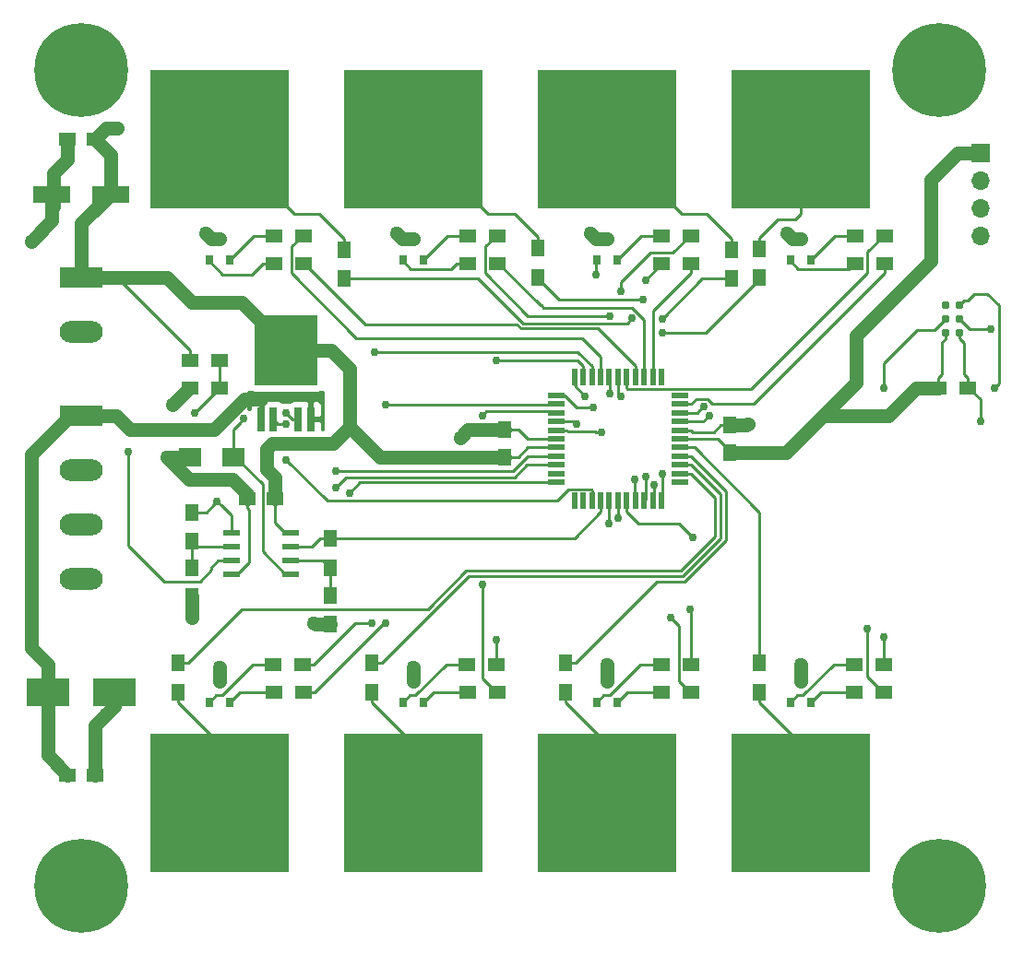
<source format=gtl>
G04 #@! TF.FileFunction,Copper,L1,Top,Signal*
%FSLAX46Y46*%
G04 Gerber Fmt 4.6, Leading zero omitted, Abs format (unit mm)*
G04 Created by KiCad (PCBNEW 4.0.6) date 11/20/17 19:22:43*
%MOMM*%
%LPD*%
G01*
G04 APERTURE LIST*
%ADD10C,0.100000*%
%ADD11R,0.800000X2.200000*%
%ADD12R,5.800000X6.400000*%
%ADD13R,2.750000X3.050000*%
%ADD14R,1.250000X1.500000*%
%ADD15R,1.500000X1.250000*%
%ADD16R,3.500000X1.600000*%
%ADD17R,4.000000X2.500000*%
%ADD18R,0.800000X0.900000*%
%ADD19R,3.960000X1.980000*%
%ADD20O,3.960000X1.980000*%
%ADD21C,0.787400*%
%ADD22R,1.700000X1.700000*%
%ADD23O,1.700000X1.700000*%
%ADD24R,1.300000X1.500000*%
%ADD25R,1.500000X1.300000*%
%ADD26R,12.700000X12.700000*%
%ADD27R,1.000000X1.000000*%
%ADD28R,1.500000X0.550000*%
%ADD29R,0.550000X1.500000*%
%ADD30R,2.000000X1.700000*%
%ADD31R,1.550000X0.600000*%
%ADD32C,8.600000*%
%ADD33C,0.900000*%
%ADD34C,1.270000*%
%ADD35C,0.762000*%
%ADD36C,1.270000*%
%ADD37C,0.254000*%
G04 APERTURE END LIST*
D10*
D11*
X107955000Y-94335000D03*
X109095000Y-94335000D03*
X111375000Y-94335000D03*
X112515000Y-94335000D03*
D12*
X110235000Y-88035000D03*
D13*
X111760000Y-86360000D03*
X108710000Y-89710000D03*
X108710000Y-86360000D03*
X111760000Y-89710000D03*
D14*
X151003000Y-97389000D03*
X151003000Y-94889000D03*
D15*
X90190000Y-68580000D03*
X92690000Y-68580000D03*
D16*
X94140000Y-73660000D03*
X88740000Y-73660000D03*
D15*
X92690000Y-127000000D03*
X90190000Y-127000000D03*
D17*
X88390000Y-119380000D03*
X94490000Y-119380000D03*
D15*
X106720000Y-101600000D03*
X109220000Y-101600000D03*
D18*
X103190000Y-79740000D03*
X105090000Y-79740000D03*
X104140000Y-77740000D03*
X103190000Y-120380000D03*
X105090000Y-120380000D03*
X104140000Y-118380000D03*
X120970000Y-79740000D03*
X122870000Y-79740000D03*
X121920000Y-77740000D03*
X120970000Y-120380000D03*
X122870000Y-120380000D03*
X121920000Y-118380000D03*
X138750000Y-79740000D03*
X140650000Y-79740000D03*
X139700000Y-77740000D03*
X138750000Y-120380000D03*
X140650000Y-120380000D03*
X139700000Y-118380000D03*
X156530000Y-79740000D03*
X158430000Y-79740000D03*
X157480000Y-77740000D03*
X156530000Y-120380000D03*
X158430000Y-120380000D03*
X157480000Y-118380000D03*
D19*
X91440000Y-81280000D03*
D20*
X91440000Y-86280000D03*
D19*
X91440000Y-93980000D03*
D20*
X91440000Y-98980000D03*
X91440000Y-108980000D03*
X91440000Y-103980000D03*
D21*
X172085000Y-86360000D03*
X170815000Y-86360000D03*
X172085000Y-85090000D03*
X170815000Y-85090000D03*
X172085000Y-83820000D03*
X170815000Y-83820000D03*
D22*
X173990000Y-69850000D03*
D23*
X173990000Y-72390000D03*
X173990000Y-74930000D03*
X173990000Y-77470000D03*
D24*
X133350000Y-81280000D03*
X133350000Y-78580000D03*
X153670000Y-81360000D03*
X153670000Y-78660000D03*
D25*
X165100000Y-116840000D03*
X162400000Y-116840000D03*
X129620000Y-119380000D03*
X126920000Y-119380000D03*
X165100000Y-119380000D03*
X162400000Y-119380000D03*
X170100000Y-91440000D03*
X172800000Y-91440000D03*
D24*
X115570000Y-81440000D03*
X115570000Y-78740000D03*
X151130000Y-81440000D03*
X151130000Y-78740000D03*
D25*
X111840000Y-119380000D03*
X109140000Y-119380000D03*
X147400000Y-119380000D03*
X144700000Y-119380000D03*
X104140000Y-91440000D03*
X101440000Y-91440000D03*
D24*
X101600000Y-110650000D03*
X101600000Y-107950000D03*
X101600000Y-102870000D03*
X101600000Y-105570000D03*
X114300000Y-113190000D03*
X114300000Y-110490000D03*
X114300000Y-105250000D03*
X114300000Y-107950000D03*
D25*
X144700000Y-116840000D03*
X147400000Y-116840000D03*
X109060000Y-116840000D03*
X111760000Y-116840000D03*
X126920000Y-77470000D03*
X129620000Y-77470000D03*
X162480000Y-77470000D03*
X165180000Y-77470000D03*
X126920000Y-80010000D03*
X129620000Y-80010000D03*
X162480000Y-80010000D03*
X165180000Y-80010000D03*
D24*
X135890000Y-119380000D03*
X135890000Y-116680000D03*
X100330000Y-119380000D03*
X100330000Y-116680000D03*
X153670000Y-119380000D03*
X153670000Y-116680000D03*
X118110000Y-119380000D03*
X118110000Y-116680000D03*
D25*
X126840000Y-116840000D03*
X129540000Y-116840000D03*
D26*
X104140000Y-68580000D03*
D27*
X104140000Y-68580000D03*
D26*
X104140000Y-129540000D03*
D27*
X104140000Y-129540000D03*
D26*
X121920000Y-68580000D03*
D27*
X121920000Y-68580000D03*
D26*
X121920000Y-129540000D03*
D27*
X121920000Y-129540000D03*
D26*
X139700000Y-68580000D03*
D27*
X139700000Y-68580000D03*
D26*
X139700000Y-129540000D03*
D27*
X139700000Y-129540000D03*
D26*
X157480000Y-68580000D03*
D27*
X157480000Y-68580000D03*
D26*
X157480000Y-129540000D03*
D27*
X157480000Y-129540000D03*
D28*
X135016000Y-92139000D03*
X135016000Y-92939000D03*
X135016000Y-93739000D03*
X135016000Y-94539000D03*
X135016000Y-95339000D03*
X135016000Y-96139000D03*
X135016000Y-96939000D03*
X135016000Y-97739000D03*
X135016000Y-98539000D03*
X135016000Y-99339000D03*
X135016000Y-100139000D03*
D29*
X136716000Y-101839000D03*
X137516000Y-101839000D03*
X138316000Y-101839000D03*
X139116000Y-101839000D03*
X139916000Y-101839000D03*
X140716000Y-101839000D03*
X141516000Y-101839000D03*
X142316000Y-101839000D03*
X143116000Y-101839000D03*
X143916000Y-101839000D03*
X144716000Y-101839000D03*
D28*
X146416000Y-100139000D03*
X146416000Y-99339000D03*
X146416000Y-98539000D03*
X146416000Y-97739000D03*
X146416000Y-96939000D03*
X146416000Y-96139000D03*
X146416000Y-95339000D03*
X146416000Y-94539000D03*
X146416000Y-93739000D03*
X146416000Y-92939000D03*
X146416000Y-92139000D03*
D29*
X144716000Y-90439000D03*
X143916000Y-90439000D03*
X143116000Y-90439000D03*
X142316000Y-90439000D03*
X141516000Y-90439000D03*
X140716000Y-90439000D03*
X139916000Y-90439000D03*
X139116000Y-90439000D03*
X138316000Y-90439000D03*
X137516000Y-90439000D03*
X136716000Y-90439000D03*
D14*
X130302000Y-97790000D03*
X130302000Y-95290000D03*
D25*
X109140000Y-77470000D03*
X111840000Y-77470000D03*
X144700000Y-77470000D03*
X147400000Y-77470000D03*
X109140000Y-80010000D03*
X111840000Y-80010000D03*
X144700000Y-80010000D03*
X147400000Y-80010000D03*
X101440000Y-88900000D03*
X104140000Y-88900000D03*
D30*
X105410000Y-97790000D03*
X101410000Y-97790000D03*
D31*
X105250000Y-104775000D03*
X105250000Y-106045000D03*
X105250000Y-107315000D03*
X105250000Y-108585000D03*
X110650000Y-108585000D03*
X110650000Y-107315000D03*
X110650000Y-106045000D03*
X110650000Y-104775000D03*
D32*
X91440000Y-62230000D03*
D33*
X94665000Y-62230000D03*
X93720419Y-64510419D03*
X91440000Y-65455000D03*
X89159581Y-64510419D03*
X88215000Y-62230000D03*
X89159581Y-59949581D03*
X91440000Y-59005000D03*
X93720419Y-59949581D03*
D32*
X91440000Y-137160000D03*
D33*
X94665000Y-137160000D03*
X93720419Y-139440419D03*
X91440000Y-140385000D03*
X89159581Y-139440419D03*
X88215000Y-137160000D03*
X89159581Y-134879581D03*
X91440000Y-133935000D03*
X93720419Y-134879581D03*
D32*
X170180000Y-62230000D03*
D33*
X173405000Y-62230000D03*
X172460419Y-64510419D03*
X170180000Y-65455000D03*
X167899581Y-64510419D03*
X166955000Y-62230000D03*
X167899581Y-59949581D03*
X170180000Y-59005000D03*
X172460419Y-59949581D03*
D32*
X170180000Y-137160000D03*
D33*
X173405000Y-137160000D03*
X172460419Y-139440419D03*
X170180000Y-140385000D03*
X167899581Y-139440419D03*
X166955000Y-137160000D03*
X167899581Y-134879581D03*
X170180000Y-133935000D03*
X172460419Y-134879581D03*
D34*
X94742000Y-67564000D03*
X101600000Y-112522000D03*
X112776000Y-113030000D03*
X157480000Y-116840000D03*
X139700000Y-116840000D03*
X121920000Y-117094000D03*
X104140000Y-117094000D03*
X156210000Y-77216000D03*
X138176000Y-77216000D03*
X120396000Y-77216000D03*
X102870000Y-77216000D03*
X126238000Y-96012000D03*
X152654000Y-94742000D03*
X99314000Y-97790000D03*
X99822000Y-92964000D03*
X93726000Y-121412000D03*
X86868000Y-77978000D03*
D35*
X174885082Y-86042499D03*
X138684000Y-81026000D03*
X143256000Y-81534000D03*
X114808000Y-99060000D03*
X114808000Y-100584000D03*
X173990000Y-94488000D03*
X147574000Y-105156000D03*
X165100000Y-91440000D03*
X140716000Y-103378000D03*
X139912896Y-103913403D03*
X175260000Y-91440000D03*
X148572242Y-93170549D03*
X149098000Y-93980000D03*
X143256000Y-99568000D03*
X143002000Y-83312000D03*
X144780000Y-99314000D03*
X144780000Y-86360000D03*
X138430000Y-93218000D03*
X165100000Y-114300000D03*
X128270000Y-93980000D03*
X128270000Y-109474000D03*
X139192000Y-95504000D03*
X163576000Y-113538000D03*
X141991098Y-85084902D03*
X142240000Y-99822000D03*
X144018000Y-100330000D03*
X144780000Y-85090000D03*
X119380000Y-92964000D03*
X119380000Y-113030000D03*
X136906000Y-94742000D03*
X145542000Y-112522000D03*
X137668000Y-92202000D03*
X147320000Y-111760000D03*
X118364000Y-88138000D03*
X118110000Y-113030000D03*
X139954000Y-91948000D03*
X139954000Y-84836000D03*
X129540000Y-88900000D03*
X129540000Y-114554000D03*
X110236000Y-94742000D03*
X110236000Y-98044000D03*
X95758000Y-97282000D03*
X101854000Y-93726000D03*
X103929176Y-101875781D03*
X116078000Y-101092000D03*
X106371092Y-94306975D03*
X110236000Y-93726000D03*
X140970000Y-92202000D03*
X140970000Y-82550000D03*
D36*
X94742000Y-67564000D02*
X93706000Y-67564000D01*
X93706000Y-67564000D02*
X92690000Y-68580000D01*
X162560000Y-90932000D02*
X159512000Y-93980000D01*
X159512000Y-93980000D02*
X156103000Y-97389000D01*
X170100000Y-91440000D02*
X168080000Y-91440000D01*
X168080000Y-91440000D02*
X165540000Y-93980000D01*
X165540000Y-93980000D02*
X159512000Y-93980000D01*
X156103000Y-97389000D02*
X151003000Y-97389000D01*
X162560000Y-86614000D02*
X162560000Y-90932000D01*
X169418000Y-79756000D02*
X162560000Y-86614000D01*
X169418000Y-72302000D02*
X169418000Y-79756000D01*
X173990000Y-69850000D02*
X171870000Y-69850000D01*
X171870000Y-69850000D02*
X169418000Y-72302000D01*
X108966000Y-96520000D02*
X114554000Y-96520000D01*
X114554000Y-96520000D02*
X116078000Y-94996000D01*
X108458000Y-97028000D02*
X108966000Y-96520000D01*
X108458000Y-98943000D02*
X108458000Y-97028000D01*
X109220000Y-101600000D02*
X109220000Y-99705000D01*
X109220000Y-99705000D02*
X108458000Y-98943000D01*
X116078000Y-94996000D02*
X118872000Y-97790000D01*
X118872000Y-97790000D02*
X130302000Y-97790000D01*
X116078000Y-89708000D02*
X116078000Y-94996000D01*
X110235000Y-88035000D02*
X114405000Y-88035000D01*
X114405000Y-88035000D02*
X116078000Y-89708000D01*
X91440000Y-81280000D02*
X99310000Y-81280000D01*
X101596000Y-83566000D02*
X106172000Y-83566000D01*
X99310000Y-81280000D02*
X101596000Y-83566000D01*
X106172000Y-83566000D02*
X110235000Y-87629000D01*
X110235000Y-87629000D02*
X110235000Y-88035000D01*
D37*
X91440000Y-81280000D02*
X94724000Y-81280000D01*
X94724000Y-81280000D02*
X101440000Y-87996000D01*
X101440000Y-87996000D02*
X101440000Y-88900000D01*
D36*
X94140000Y-73660000D02*
X94140000Y-70030000D01*
X94140000Y-70030000D02*
X92690000Y-68580000D01*
X91440000Y-81280000D02*
X91440000Y-76360000D01*
X91440000Y-76360000D02*
X94140000Y-73660000D01*
D37*
X109220000Y-101600000D02*
X109220000Y-103820000D01*
X109220000Y-103820000D02*
X110175000Y-104775000D01*
X110175000Y-104775000D02*
X110650000Y-104775000D01*
X170815000Y-86360000D02*
X170815000Y-86916775D01*
X170815000Y-86916775D02*
X170427651Y-87304124D01*
X170427651Y-87304124D02*
X170427651Y-90208349D01*
X170427651Y-90208349D02*
X170100000Y-90536000D01*
X170100000Y-90536000D02*
X170100000Y-91440000D01*
X132423000Y-96939000D02*
X131572000Y-97790000D01*
X131572000Y-97790000D02*
X130302000Y-97790000D01*
X135016000Y-96939000D02*
X132423000Y-96939000D01*
X146416000Y-96139000D02*
X149878000Y-96139000D01*
X149878000Y-96139000D02*
X151003000Y-97264000D01*
X151003000Y-97264000D02*
X151003000Y-97389000D01*
D36*
X106720000Y-101219144D02*
X105322845Y-99821989D01*
X106720000Y-101600000D02*
X106720000Y-101219144D01*
X99948999Y-98424999D02*
X99314000Y-97790000D01*
X105322845Y-99821989D02*
X101345989Y-99821989D01*
X101345989Y-99821989D02*
X99948999Y-98424999D01*
D37*
X105725000Y-108585000D02*
X105250000Y-108585000D01*
X106863212Y-102622212D02*
X106863212Y-107446788D01*
X106720000Y-102479000D02*
X106863212Y-102622212D01*
X106720000Y-101600000D02*
X106720000Y-102479000D01*
X106863212Y-107446788D02*
X105725000Y-108585000D01*
D36*
X101600000Y-110650000D02*
X101600000Y-112522000D01*
X114300000Y-113190000D02*
X112936000Y-113190000D01*
X112936000Y-113190000D02*
X112776000Y-113030000D01*
X157480000Y-118380000D02*
X157480000Y-116840000D01*
X139700000Y-118380000D02*
X139700000Y-116840000D01*
X121920000Y-118380000D02*
X121920000Y-117094000D01*
X104140000Y-118380000D02*
X104140000Y-117094000D01*
X157480000Y-77740000D02*
X156734000Y-77740000D01*
X156734000Y-77740000D02*
X156210000Y-77216000D01*
X139700000Y-77740000D02*
X138700000Y-77740000D01*
X138700000Y-77740000D02*
X138176000Y-77216000D01*
X121920000Y-77740000D02*
X120920000Y-77740000D01*
X120920000Y-77740000D02*
X120396000Y-77216000D01*
X104140000Y-77740000D02*
X103394000Y-77740000D01*
X103394000Y-77740000D02*
X102870000Y-77216000D01*
X130302000Y-95290000D02*
X126960000Y-95290000D01*
X126960000Y-95290000D02*
X126238000Y-96012000D01*
X151003000Y-94889000D02*
X152507000Y-94889000D01*
X152507000Y-94889000D02*
X152654000Y-94742000D01*
X101410000Y-97790000D02*
X99314000Y-97790000D01*
X101440000Y-91440000D02*
X101346000Y-91440000D01*
X101346000Y-91440000D02*
X99822000Y-92964000D01*
X92690000Y-127000000D02*
X92690000Y-122448000D01*
X92690000Y-122448000D02*
X93726000Y-121412000D01*
X94490000Y-119380000D02*
X94490000Y-120648000D01*
X94490000Y-120648000D02*
X93726000Y-121412000D01*
X88740000Y-73660000D02*
X88740000Y-74930000D01*
X88740000Y-74930000D02*
X88740000Y-76106000D01*
X88900000Y-71765000D02*
X88900000Y-74770000D01*
X88900000Y-74770000D02*
X88740000Y-74930000D01*
X90190000Y-68580000D02*
X90190000Y-70475000D01*
X90190000Y-70475000D02*
X88900000Y-71765000D01*
X88740000Y-76106000D02*
X86868000Y-77978000D01*
D37*
X172085000Y-85090000D02*
X173018451Y-86023451D01*
X173018451Y-86023451D02*
X174866034Y-86023451D01*
X174866034Y-86023451D02*
X174885082Y-86042499D01*
X132461000Y-96139000D02*
X131612000Y-95290000D01*
X131612000Y-95290000D02*
X130302000Y-95290000D01*
X135016000Y-96139000D02*
X132461000Y-96139000D01*
X147585000Y-95504000D02*
X149509000Y-95504000D01*
X149509000Y-95504000D02*
X150124000Y-94889000D01*
X150124000Y-94889000D02*
X151003000Y-94889000D01*
X146416000Y-95339000D02*
X147420000Y-95339000D01*
X147420000Y-95339000D02*
X147585000Y-95504000D01*
D36*
X107950000Y-92456000D02*
X107696000Y-92456000D01*
X106426000Y-92456000D02*
X107950000Y-92456000D01*
X103632000Y-95250000D02*
X106426000Y-92456000D01*
X95960000Y-95250000D02*
X103632000Y-95250000D01*
X91440000Y-93980000D02*
X94690000Y-93980000D01*
X94690000Y-93980000D02*
X95960000Y-95250000D01*
X88390000Y-119380000D02*
X88390000Y-125200000D01*
X88390000Y-125200000D02*
X90190000Y-127000000D01*
X86868000Y-115316000D02*
X88390000Y-116838000D01*
X88390000Y-116838000D02*
X88390000Y-119380000D01*
X86868000Y-97562000D02*
X86868000Y-115316000D01*
X91440000Y-93980000D02*
X90450000Y-93980000D01*
X90450000Y-93980000D02*
X86868000Y-97562000D01*
D37*
X107120000Y-81026000D02*
X104426000Y-81026000D01*
X104426000Y-81026000D02*
X103190000Y-79790000D01*
X103190000Y-79790000D02*
X103190000Y-79740000D01*
X109140000Y-80010000D02*
X108136000Y-80010000D01*
X108136000Y-80010000D02*
X107120000Y-81026000D01*
X109140000Y-77470000D02*
X107310000Y-77470000D01*
X107310000Y-77470000D02*
X105090000Y-79690000D01*
X105090000Y-79690000D02*
X105090000Y-79740000D01*
X109060000Y-116840000D02*
X107215802Y-116840000D01*
X103844000Y-119676000D02*
X103190000Y-120330000D01*
X107215802Y-116840000D02*
X104379802Y-119676000D01*
X103190000Y-120330000D02*
X103190000Y-120380000D01*
X104379802Y-119676000D02*
X103844000Y-119676000D01*
X109140000Y-119380000D02*
X106040000Y-119380000D01*
X106040000Y-119380000D02*
X105090000Y-120330000D01*
X105090000Y-120330000D02*
X105090000Y-120380000D01*
X126920000Y-80010000D02*
X125916000Y-80010000D01*
X120970000Y-79790000D02*
X120970000Y-79740000D01*
X125916000Y-80010000D02*
X125405799Y-80520201D01*
X125405799Y-80520201D02*
X121700201Y-80520201D01*
X121700201Y-80520201D02*
X120970000Y-79790000D01*
X126920000Y-77470000D02*
X125090000Y-77470000D01*
X125090000Y-77470000D02*
X122870000Y-79690000D01*
X122870000Y-79690000D02*
X122870000Y-79740000D01*
X126840000Y-116840000D02*
X124965638Y-116840000D01*
X124965638Y-116840000D02*
X122129638Y-119676000D01*
X122129638Y-119676000D02*
X121624000Y-119676000D01*
X121624000Y-119676000D02*
X120970000Y-120330000D01*
X120970000Y-120330000D02*
X120970000Y-120380000D01*
X126920000Y-119380000D02*
X123820000Y-119380000D01*
X123820000Y-119380000D02*
X122870000Y-120330000D01*
X122870000Y-120330000D02*
X122870000Y-120380000D01*
X138684000Y-81026000D02*
X138684000Y-79806000D01*
X138684000Y-79806000D02*
X138750000Y-79740000D01*
X144700000Y-80010000D02*
X144700000Y-80090000D01*
X144700000Y-80090000D02*
X143256000Y-81534000D01*
X144700000Y-77470000D02*
X142870000Y-77470000D01*
X142870000Y-77470000D02*
X140650000Y-79690000D01*
X140650000Y-79690000D02*
X140650000Y-79740000D01*
X144700000Y-116840000D02*
X142775802Y-116840000D01*
X142775802Y-116840000D02*
X139939802Y-119676000D01*
X139939802Y-119676000D02*
X139404000Y-119676000D01*
X139404000Y-119676000D02*
X138750000Y-120330000D01*
X138750000Y-120330000D02*
X138750000Y-120380000D01*
X144700000Y-119380000D02*
X141600000Y-119380000D01*
X141600000Y-119380000D02*
X140650000Y-120330000D01*
X140650000Y-120330000D02*
X140650000Y-120380000D01*
X162480000Y-80010000D02*
X162380000Y-80010000D01*
X157260201Y-80520201D02*
X156530000Y-79790000D01*
X162380000Y-80010000D02*
X161869799Y-80520201D01*
X161869799Y-80520201D02*
X157260201Y-80520201D01*
X156530000Y-79790000D02*
X156530000Y-79740000D01*
X162480000Y-77470000D02*
X160650000Y-77470000D01*
X160650000Y-77470000D02*
X158430000Y-79690000D01*
X158430000Y-79690000D02*
X158430000Y-79740000D01*
X162400000Y-116840000D02*
X160525638Y-116840000D01*
X160525638Y-116840000D02*
X157689638Y-119676000D01*
X157689638Y-119676000D02*
X157184000Y-119676000D01*
X157184000Y-119676000D02*
X156530000Y-120330000D01*
X156530000Y-120330000D02*
X156530000Y-120380000D01*
X162400000Y-119380000D02*
X159380000Y-119380000D01*
X159380000Y-119380000D02*
X158430000Y-120330000D01*
X158430000Y-120330000D02*
X158430000Y-120380000D01*
X131092802Y-99060000D02*
X132413802Y-97739000D01*
X132413802Y-97739000D02*
X134012000Y-97739000D01*
X114808000Y-99060000D02*
X131092802Y-99060000D01*
X134012000Y-97739000D02*
X135016000Y-97739000D01*
X134012000Y-98539000D02*
X135016000Y-98539000D01*
X115710211Y-99681789D02*
X131204211Y-99681789D01*
X114808000Y-100584000D02*
X115710211Y-99681789D01*
X131204211Y-99681789D02*
X132347000Y-98539000D01*
X132347000Y-98539000D02*
X134012000Y-98539000D01*
X172800000Y-91440000D02*
X172800000Y-90536000D01*
X172800000Y-90536000D02*
X172472349Y-90208349D01*
X172472349Y-90208349D02*
X172472349Y-87304124D01*
X172472349Y-87304124D02*
X172085000Y-86916775D01*
X172085000Y-86916775D02*
X172085000Y-86360000D01*
X173990000Y-94488000D02*
X173990000Y-92530000D01*
X173990000Y-92530000D02*
X172900000Y-91440000D01*
X172900000Y-91440000D02*
X172800000Y-91440000D01*
X142559000Y-103886000D02*
X146304000Y-103886000D01*
X146304000Y-103886000D02*
X147574000Y-105156000D01*
X141516000Y-101839000D02*
X141516000Y-102843000D01*
X141516000Y-102843000D02*
X142559000Y-103886000D01*
X165100000Y-91440000D02*
X165100000Y-89193876D01*
X165100000Y-89193876D02*
X168181527Y-86112349D01*
X168181527Y-86112349D02*
X169792651Y-86112349D01*
X169792651Y-86112349D02*
X170421301Y-85483699D01*
X170421301Y-85483699D02*
X170815000Y-85090000D01*
X140716000Y-101839000D02*
X140716000Y-103378000D01*
X172478699Y-83426301D02*
X172085000Y-83820000D01*
X173433742Y-82804000D02*
X172811441Y-83426301D01*
X175647084Y-83865960D02*
X174585124Y-82804000D01*
X175260000Y-91440000D02*
X175647084Y-91052916D01*
X175647084Y-91052916D02*
X175647084Y-83865960D01*
X172811441Y-83426301D02*
X172478699Y-83426301D01*
X174585124Y-82804000D02*
X173433742Y-82804000D01*
X139916000Y-103910299D02*
X139912896Y-103913403D01*
X139916000Y-101839000D02*
X139916000Y-103910299D01*
X148003791Y-93739000D02*
X148191243Y-93551548D01*
X148191243Y-93551548D02*
X148572242Y-93170549D01*
X146416000Y-93739000D02*
X148003791Y-93739000D01*
X146416000Y-94539000D02*
X148539000Y-94539000D01*
X148539000Y-94539000D02*
X149098000Y-93980000D01*
X143256000Y-99568000D02*
X143256000Y-101699000D01*
X143256000Y-101699000D02*
X143116000Y-101839000D01*
X133350000Y-81280000D02*
X133350000Y-81380000D01*
X133350000Y-81380000D02*
X135282000Y-83312000D01*
X135282000Y-83312000D02*
X143002000Y-83312000D01*
X131212000Y-75438000D02*
X128778000Y-75438000D01*
X128778000Y-75438000D02*
X122717181Y-69377181D01*
X133350000Y-78580000D02*
X133350000Y-77576000D01*
X133350000Y-77576000D02*
X131212000Y-75438000D01*
X144780000Y-99314000D02*
X144780000Y-101775000D01*
X144780000Y-101775000D02*
X144716000Y-101839000D01*
X153670000Y-81360000D02*
X153670000Y-81460000D01*
X153670000Y-81460000D02*
X148770000Y-86360000D01*
X148770000Y-86360000D02*
X144780000Y-86360000D01*
X156972000Y-75946000D02*
X157480000Y-75438000D01*
X157480000Y-75438000D02*
X157480000Y-69410201D01*
X155380000Y-75946000D02*
X156972000Y-75946000D01*
X153670000Y-78660000D02*
X153670000Y-77656000D01*
X153670000Y-77656000D02*
X155380000Y-75946000D01*
X138430000Y-93218000D02*
X136914362Y-93218000D01*
X136914362Y-93218000D02*
X135835362Y-92139000D01*
X135835362Y-92139000D02*
X135016000Y-92139000D01*
X165100000Y-116840000D02*
X165100000Y-114300000D01*
X128270000Y-93980000D02*
X128650999Y-93599001D01*
X128650999Y-93599001D02*
X134876001Y-93599001D01*
X134876001Y-93599001D02*
X135016000Y-93739000D01*
X129620000Y-119380000D02*
X129520000Y-119380000D01*
X129520000Y-119380000D02*
X128270000Y-118130000D01*
X128270000Y-118130000D02*
X128270000Y-109474000D01*
X139192000Y-95504000D02*
X138653185Y-95504000D01*
X138653185Y-95504000D02*
X138632184Y-95482999D01*
X138632184Y-95482999D02*
X136163999Y-95482999D01*
X136163999Y-95482999D02*
X136020000Y-95339000D01*
X136020000Y-95339000D02*
X135016000Y-95339000D01*
X165100000Y-119380000D02*
X165000000Y-119380000D01*
X165000000Y-119380000D02*
X163576000Y-117956000D01*
X163576000Y-117956000D02*
X163576000Y-113538000D01*
X141528798Y-85547202D02*
X141610099Y-85465901D01*
X141610099Y-85465901D02*
X141991098Y-85084902D01*
X131992622Y-85547202D02*
X141528798Y-85547202D01*
X127885420Y-81440000D02*
X131992622Y-85547202D01*
X115570000Y-81440000D02*
X127885420Y-81440000D01*
X142240000Y-99822000D02*
X142240000Y-101763000D01*
X142240000Y-101763000D02*
X142316000Y-101839000D01*
X113272000Y-75438000D02*
X110998000Y-75438000D01*
X110998000Y-75438000D02*
X104937181Y-69377181D01*
X115570000Y-78740000D02*
X115570000Y-77736000D01*
X115570000Y-77736000D02*
X113272000Y-75438000D01*
X144018000Y-100330000D02*
X144018000Y-101737000D01*
X144018000Y-101737000D02*
X143916000Y-101839000D01*
X151130000Y-81440000D02*
X148430000Y-81440000D01*
X148430000Y-81440000D02*
X144780000Y-85090000D01*
X148832000Y-75438000D02*
X146558000Y-75438000D01*
X146558000Y-75438000D02*
X140497181Y-69377181D01*
X151130000Y-78740000D02*
X151130000Y-77736000D01*
X151130000Y-77736000D02*
X148832000Y-75438000D01*
X119380000Y-92964000D02*
X134991000Y-92964000D01*
X134991000Y-92964000D02*
X135016000Y-92939000D01*
X111840000Y-119380000D02*
X112844000Y-119380000D01*
X112844000Y-119380000D02*
X119194000Y-113030000D01*
X119194000Y-113030000D02*
X119380000Y-113030000D01*
X136906000Y-94742000D02*
X136703000Y-94539000D01*
X136703000Y-94539000D02*
X135016000Y-94539000D01*
X147400000Y-119380000D02*
X147300000Y-119380000D01*
X147300000Y-119380000D02*
X146319799Y-118399799D01*
X146319799Y-118399799D02*
X146319799Y-113299799D01*
X146319799Y-113299799D02*
X145542000Y-112522000D01*
X114300000Y-107950000D02*
X114300000Y-110490000D01*
X110650000Y-107315000D02*
X113665000Y-107315000D01*
X113665000Y-107315000D02*
X114300000Y-107950000D01*
X137668000Y-92202000D02*
X136716000Y-91250000D01*
X136716000Y-91250000D02*
X136716000Y-90439000D01*
X147400000Y-116840000D02*
X147400000Y-111840000D01*
X147400000Y-111840000D02*
X147320000Y-111760000D01*
X118364000Y-88138000D02*
X137019000Y-88138000D01*
X137019000Y-88138000D02*
X138316000Y-89435000D01*
X138316000Y-89435000D02*
X138316000Y-90439000D01*
X111760000Y-116840000D02*
X112764000Y-116840000D01*
X112764000Y-116840000D02*
X116574000Y-113030000D01*
X116574000Y-113030000D02*
X118110000Y-113030000D01*
X135890000Y-119380000D02*
X135890000Y-120384000D01*
X135890000Y-120384000D02*
X139700000Y-124194000D01*
X139700000Y-124194000D02*
X139700000Y-128709799D01*
X139954000Y-91948000D02*
X139954000Y-90477000D01*
X139954000Y-90477000D02*
X139916000Y-90439000D01*
X129520000Y-77470000D02*
X128539799Y-78450201D01*
X132451638Y-84836000D02*
X139954000Y-84836000D01*
X129620000Y-77470000D02*
X129520000Y-77470000D01*
X128539799Y-78450201D02*
X128539799Y-80924161D01*
X128539799Y-80924161D02*
X132451638Y-84836000D01*
X100330000Y-119380000D02*
X100330000Y-120384000D01*
X100330000Y-120384000D02*
X104140000Y-124194000D01*
X104140000Y-124194000D02*
X104140000Y-128709799D01*
X141571799Y-91533799D02*
X141516000Y-91478000D01*
X141516000Y-91478000D02*
X141516000Y-90439000D01*
X165180000Y-77470000D02*
X165080000Y-77470000D01*
X165080000Y-77470000D02*
X163560201Y-78989799D01*
X163560201Y-78989799D02*
X163560201Y-80924161D01*
X163560201Y-80924161D02*
X152950563Y-91533799D01*
X152950563Y-91533799D02*
X141571799Y-91533799D01*
X153670000Y-119380000D02*
X153670000Y-120384000D01*
X153670000Y-120384000D02*
X157480000Y-124194000D01*
X157480000Y-124194000D02*
X157480000Y-128709799D01*
X129620000Y-80010000D02*
X129720000Y-80010000D01*
X129720000Y-80010000D02*
X133580798Y-83870798D01*
X143116000Y-89435000D02*
X143116000Y-90439000D01*
X133580798Y-83870798D02*
X133691378Y-83870798D01*
X133894580Y-84074000D02*
X141986000Y-84074000D01*
X133691378Y-83870798D02*
X133894580Y-84074000D01*
X143116000Y-85204000D02*
X143116000Y-89435000D01*
X141986000Y-84074000D02*
X143116000Y-85204000D01*
X118110000Y-119380000D02*
X118110000Y-120384000D01*
X118110000Y-120384000D02*
X121920000Y-124194000D01*
X121920000Y-124194000D02*
X121920000Y-128709799D01*
X147899653Y-92459347D02*
X147420000Y-92939000D01*
X148913620Y-92459347D02*
X147899653Y-92459347D01*
X149393273Y-92939000D02*
X148913620Y-92459347D01*
X153155000Y-92939000D02*
X149393273Y-92939000D01*
X165180000Y-80010000D02*
X165180000Y-80914000D01*
X165180000Y-80914000D02*
X153155000Y-92939000D01*
X147420000Y-92939000D02*
X146416000Y-92939000D01*
X150622000Y-105410000D02*
X150622000Y-100941000D01*
X150622000Y-100941000D02*
X147420000Y-97739000D01*
X147420000Y-97739000D02*
X146416000Y-97739000D01*
X146812000Y-109220000D02*
X150622000Y-105410000D01*
X144254000Y-109220000D02*
X146812000Y-109220000D01*
X135890000Y-116680000D02*
X136794000Y-116680000D01*
X136794000Y-116680000D02*
X144254000Y-109220000D01*
X147420000Y-99339000D02*
X146416000Y-99339000D01*
X149606000Y-101525000D02*
X147420000Y-99339000D01*
X149606000Y-105132816D02*
X149606000Y-101525000D01*
X146484027Y-108254789D02*
X149606000Y-105132816D01*
X123287407Y-111760000D02*
X126792618Y-108254789D01*
X106154000Y-111760000D02*
X123287407Y-111760000D01*
X100330000Y-116680000D02*
X101234000Y-116680000D01*
X101234000Y-116680000D02*
X106154000Y-111760000D01*
X126792618Y-108254789D02*
X146484027Y-108254789D01*
X153670000Y-102870000D02*
X147739000Y-96939000D01*
X147739000Y-96939000D02*
X146416000Y-96939000D01*
X153670000Y-116680000D02*
X153670000Y-102870000D01*
X147420000Y-98539000D02*
X146416000Y-98539000D01*
X150114000Y-105271408D02*
X150114000Y-101233000D01*
X146673408Y-108712000D02*
X150114000Y-105271408D01*
X126982000Y-108712000D02*
X146673408Y-108712000D01*
X119014000Y-116680000D02*
X126982000Y-108712000D01*
X150114000Y-101233000D02*
X147420000Y-98539000D01*
X118110000Y-116680000D02*
X119014000Y-116680000D01*
X129540000Y-88900000D02*
X136981000Y-88900000D01*
X136981000Y-88900000D02*
X137516000Y-89435000D01*
X137516000Y-89435000D02*
X137516000Y-90439000D01*
X129540000Y-116840000D02*
X129540000Y-114554000D01*
X110236000Y-94742000D02*
X109502000Y-94742000D01*
X109502000Y-94742000D02*
X109095000Y-94335000D01*
X138316000Y-101839000D02*
X138316000Y-100835000D01*
X138316000Y-100835000D02*
X138239799Y-100758799D01*
X138239799Y-100758799D02*
X136176839Y-100758799D01*
X136176839Y-100758799D02*
X135096638Y-101839000D01*
X135096638Y-101839000D02*
X114031000Y-101839000D01*
X114031000Y-101839000D02*
X110236000Y-98044000D01*
X95758000Y-97282000D02*
X95758000Y-105918000D01*
X104013000Y-107315000D02*
X105250000Y-107315000D01*
X95758000Y-105918000D02*
X99060000Y-109220000D01*
X99060000Y-109220000D02*
X102324362Y-109220000D01*
X102324362Y-109220000D02*
X103378000Y-108166362D01*
X103378000Y-108166362D02*
X103378000Y-107950000D01*
X103378000Y-107950000D02*
X104013000Y-107315000D01*
X104140000Y-91440000D02*
X101854000Y-93726000D01*
X104040000Y-91440000D02*
X104140000Y-91440000D01*
X105250000Y-107315000D02*
X105725000Y-107315000D01*
X104140000Y-88900000D02*
X104140000Y-91440000D01*
X101600000Y-105570000D02*
X101600000Y-107950000D01*
X105250000Y-106045000D02*
X102075000Y-106045000D01*
X102075000Y-106045000D02*
X101600000Y-105570000D01*
X105250000Y-103196605D02*
X104310175Y-102256780D01*
X104310175Y-102256780D02*
X103929176Y-101875781D01*
X105250000Y-104775000D02*
X105250000Y-103196605D01*
X101600000Y-102870000D02*
X102934957Y-102870000D01*
X102934957Y-102870000D02*
X103548177Y-102256780D01*
X103548177Y-102256780D02*
X103929176Y-101875781D01*
X117031000Y-100139000D02*
X116078000Y-101092000D01*
X135016000Y-100139000D02*
X117031000Y-100139000D01*
X105990093Y-94687974D02*
X106371092Y-94306975D01*
X105410000Y-97790000D02*
X105410000Y-95268067D01*
X105410000Y-95268067D02*
X105990093Y-94687974D01*
X105410000Y-97790000D02*
X105560000Y-97790000D01*
X105560000Y-97790000D02*
X108088999Y-100318999D01*
X108088999Y-100318999D02*
X108088999Y-106498999D01*
X108088999Y-106498999D02*
X110175000Y-108585000D01*
X110175000Y-108585000D02*
X110650000Y-108585000D01*
X111375000Y-94335000D02*
X110845000Y-94335000D01*
X110845000Y-94335000D02*
X110236000Y-93726000D01*
X114300000Y-105250000D02*
X113396000Y-105250000D01*
X113396000Y-105250000D02*
X112601000Y-106045000D01*
X112601000Y-106045000D02*
X111679000Y-106045000D01*
X111679000Y-106045000D02*
X110650000Y-106045000D01*
X139116000Y-101839000D02*
X139116000Y-102843000D01*
X139116000Y-102843000D02*
X136709000Y-105250000D01*
X115204000Y-105250000D02*
X114300000Y-105250000D01*
X136709000Y-105250000D02*
X115204000Y-105250000D01*
X137414000Y-86868000D02*
X139116000Y-88570000D01*
X139116000Y-88570000D02*
X139116000Y-90439000D01*
X116703638Y-86868000D02*
X137414000Y-86868000D01*
X111740000Y-77470000D02*
X110759799Y-78450201D01*
X110759799Y-78450201D02*
X110759799Y-80924161D01*
X110759799Y-80924161D02*
X116703638Y-86868000D01*
X111840000Y-77470000D02*
X111740000Y-77470000D01*
X111840000Y-77470000D02*
X111940000Y-77470000D01*
X140970000Y-92202000D02*
X140716000Y-91948000D01*
X140716000Y-91948000D02*
X140716000Y-90439000D01*
X147400000Y-77470000D02*
X147300000Y-77470000D01*
X145740201Y-79029799D02*
X143685839Y-79029799D01*
X140970000Y-81745638D02*
X140970000Y-82550000D01*
X147300000Y-77470000D02*
X145740201Y-79029799D01*
X143685839Y-79029799D02*
X140970000Y-81745638D01*
X142316000Y-89435000D02*
X142316000Y-90439000D01*
X138885413Y-86004413D02*
X142316000Y-89435000D01*
X131803240Y-86004413D02*
X138885413Y-86004413D01*
X131396827Y-85598000D02*
X131803240Y-86004413D01*
X111840000Y-80010000D02*
X111940000Y-80010000D01*
X111940000Y-80010000D02*
X117528000Y-85598000D01*
X117528000Y-85598000D02*
X131396827Y-85598000D01*
X147400000Y-80010000D02*
X147400000Y-80914000D01*
X147400000Y-80914000D02*
X143916000Y-84398000D01*
X143916000Y-84398000D02*
X143916000Y-89435000D01*
X143916000Y-89435000D02*
X143916000Y-90439000D01*
G36*
X107083110Y-91831431D02*
X107335000Y-91882440D01*
X113135000Y-91882440D01*
X113370317Y-91838162D01*
X113396988Y-91821000D01*
X113665000Y-91821000D01*
X113665000Y-95250000D01*
X113550000Y-95250000D01*
X113550000Y-94620750D01*
X113391250Y-94462000D01*
X112642000Y-94462000D01*
X112642000Y-94482000D01*
X112422440Y-94482000D01*
X112422440Y-93235000D01*
X112388000Y-93051967D01*
X112388000Y-92758750D01*
X112642000Y-92758750D01*
X112642000Y-94208000D01*
X113391250Y-94208000D01*
X113550000Y-94049250D01*
X113550000Y-93108691D01*
X113453327Y-92875302D01*
X113274699Y-92696673D01*
X113041310Y-92600000D01*
X112800750Y-92600000D01*
X112642000Y-92758750D01*
X112388000Y-92758750D01*
X112229250Y-92600000D01*
X111988690Y-92600000D01*
X111938694Y-92620709D01*
X111775000Y-92587560D01*
X110975000Y-92587560D01*
X110739683Y-92631838D01*
X110547753Y-92755342D01*
X110438982Y-92710176D01*
X110034792Y-92709824D01*
X109920369Y-92757102D01*
X109746890Y-92638569D01*
X109495000Y-92587560D01*
X108695000Y-92587560D01*
X108527408Y-92619095D01*
X108481310Y-92600000D01*
X108240750Y-92600000D01*
X108082000Y-92758750D01*
X108082000Y-93064930D01*
X108047560Y-93235000D01*
X108047560Y-94482000D01*
X107828000Y-94482000D01*
X107828000Y-94462000D01*
X107808000Y-94462000D01*
X107808000Y-94208000D01*
X107828000Y-94208000D01*
X107828000Y-92758750D01*
X107669250Y-92600000D01*
X107428690Y-92600000D01*
X107195301Y-92696673D01*
X107016673Y-92875302D01*
X106920000Y-93108691D01*
X106920000Y-93434793D01*
X106807000Y-93387871D01*
X106807000Y-91821000D01*
X107067844Y-91821000D01*
X107083110Y-91831431D01*
X107083110Y-91831431D01*
G37*
X107083110Y-91831431D02*
X107335000Y-91882440D01*
X113135000Y-91882440D01*
X113370317Y-91838162D01*
X113396988Y-91821000D01*
X113665000Y-91821000D01*
X113665000Y-95250000D01*
X113550000Y-95250000D01*
X113550000Y-94620750D01*
X113391250Y-94462000D01*
X112642000Y-94462000D01*
X112642000Y-94482000D01*
X112422440Y-94482000D01*
X112422440Y-93235000D01*
X112388000Y-93051967D01*
X112388000Y-92758750D01*
X112642000Y-92758750D01*
X112642000Y-94208000D01*
X113391250Y-94208000D01*
X113550000Y-94049250D01*
X113550000Y-93108691D01*
X113453327Y-92875302D01*
X113274699Y-92696673D01*
X113041310Y-92600000D01*
X112800750Y-92600000D01*
X112642000Y-92758750D01*
X112388000Y-92758750D01*
X112229250Y-92600000D01*
X111988690Y-92600000D01*
X111938694Y-92620709D01*
X111775000Y-92587560D01*
X110975000Y-92587560D01*
X110739683Y-92631838D01*
X110547753Y-92755342D01*
X110438982Y-92710176D01*
X110034792Y-92709824D01*
X109920369Y-92757102D01*
X109746890Y-92638569D01*
X109495000Y-92587560D01*
X108695000Y-92587560D01*
X108527408Y-92619095D01*
X108481310Y-92600000D01*
X108240750Y-92600000D01*
X108082000Y-92758750D01*
X108082000Y-93064930D01*
X108047560Y-93235000D01*
X108047560Y-94482000D01*
X107828000Y-94482000D01*
X107828000Y-94462000D01*
X107808000Y-94462000D01*
X107808000Y-94208000D01*
X107828000Y-94208000D01*
X107828000Y-92758750D01*
X107669250Y-92600000D01*
X107428690Y-92600000D01*
X107195301Y-92696673D01*
X107016673Y-92875302D01*
X106920000Y-93108691D01*
X106920000Y-93434793D01*
X106807000Y-93387871D01*
X106807000Y-91821000D01*
X107067844Y-91821000D01*
X107083110Y-91831431D01*
M02*

</source>
